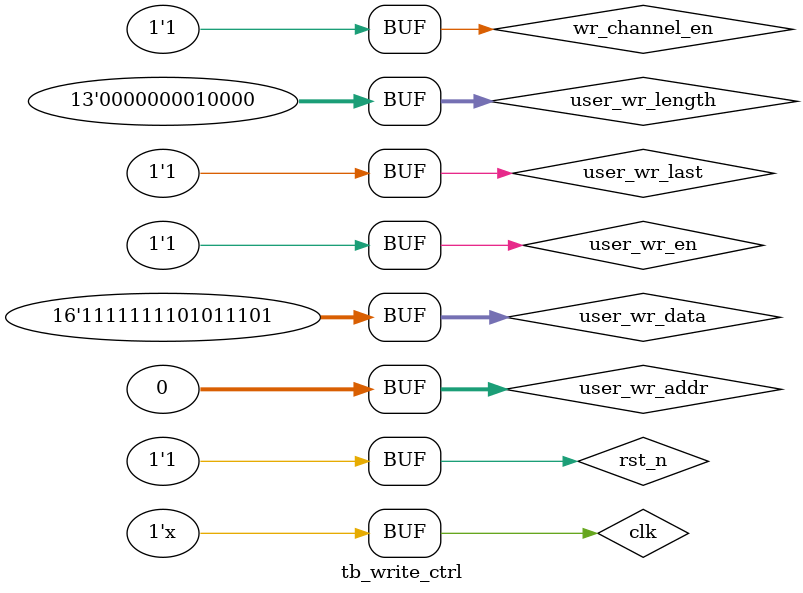
<source format=v>
`timescale 1ns / 1ps

module tb_write_ctrl();

reg         clk                 ;
reg         rst_n               ;
reg         wr_channel_en       ;

reg 	    user_wr_en	        ;
reg 	    user_wr_last        ;
reg [15:0]  user_wr_data        ;
reg [31:0]  user_wr_addr        ; 
reg [12:0]  user_wr_length      ;
initial begin
    clk                 <=  'd0 ;
    rst_n               <=  'd0 ;

    wr_channel_en       <=  'd0 ;

    user_wr_en	        <=  'd0 ;
    user_wr_last        <=  'd0 ;
    user_wr_data        <=  'd0 ;
    user_wr_addr        <=  'd0 ;
    user_wr_length      <=  'd0 ;

    #10 
    rst_n               <=  'd1 ;
    user_wr_addr        <=  'd0 ;
    user_wr_length      <=  'd16 ;
    #100    
    wr_channel_en       <=  'd1 ;

    #100    
    user_wr_en          <=  'd1 ;
    user_wr_data        <=  'hff5d;

    #30000
    user_wr_last        <=  'd1 ;
end

always #5 clk <= ~clk;

write_ctrl #(
	.USER_WR_DATA_WIDTH (16                 ),
	.AXI_DATA_WIDTH     (128                ),
	.AXI_ADDR_WIDTH     (32                 )
)write_ctrl(
	/************* È«¾Ö¿ØÖÆÐÅºÅ ****************************************************/
	.clk                (clk                ),//ÓÃ»§¶ËÐ´Ê±ÖÓ
	.rst_n				(rst_n              ),//È«¾Ö¸´Î»
	/*Ê¹ÄÜÐÅºÅ£¬ÓÃÓÚÄ£¿éÆô¶¯ & DDR³õÊ¼»¯Íê³É ...*/	
	.wr_channel_en		(wr_channel_en      ),
    
	/************* ÓÃ»§¿ØÖÆÐÅºÅ ****************************************************/
	.user_wr_en			(user_wr_en		    ),
	.user_wr_last		(user_wr_last	    ),
	.user_wr_data		(user_wr_data	    ),
	.user_wr_addr		(user_wr_addr	    ),
    .user_wr_length     (user_wr_length     ),

	/************* AXI4-FULLÐ´ ****************************************************/
	.wr_req_en		    (),
	.wr_burst_length    (),
	.wr_data_addr	    (),
	.wr_data_valid	    (),
	.wr_data_out        (),
	.wr_data_last       ()
);
endmodule

</source>
